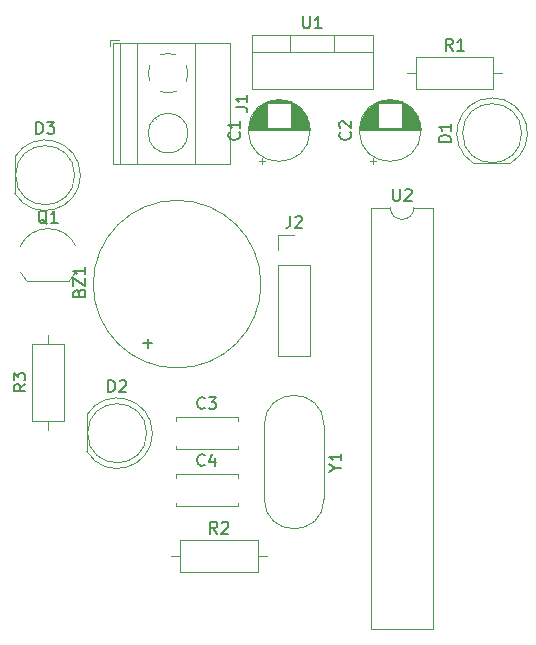
<source format=gbr>
%TF.GenerationSoftware,KiCad,Pcbnew,(5.1.12)-1*%
%TF.CreationDate,2022-04-15T16:44:04+05:30*%
%TF.ProjectId,blind_gloves,626c696e-645f-4676-9c6f-7665732e6b69,rev?*%
%TF.SameCoordinates,Original*%
%TF.FileFunction,Legend,Top*%
%TF.FilePolarity,Positive*%
%FSLAX46Y46*%
G04 Gerber Fmt 4.6, Leading zero omitted, Abs format (unit mm)*
G04 Created by KiCad (PCBNEW (5.1.12)-1) date 2022-04-15 16:44:04*
%MOMM*%
%LPD*%
G01*
G04 APERTURE LIST*
%ADD10C,0.120000*%
%ADD11C,0.150000*%
G04 APERTURE END LIST*
D10*
%TO.C,Y1*%
X102123000Y-85929000D02*
X102123000Y-92179000D01*
X107173000Y-85929000D02*
X107173000Y-92179000D01*
X102123000Y-92179000D02*
G75*
G03*
X107173000Y-92179000I2525000J0D01*
G01*
X102123000Y-85929000D02*
G75*
G02*
X107173000Y-85929000I2525000J0D01*
G01*
%TO.C,Q1*%
X82020000Y-73732000D02*
X85620000Y-73732000D01*
X86144184Y-73004795D02*
G75*
G02*
X85620000Y-73732000I-2324184J1122795D01*
G01*
X86176400Y-70783193D02*
G75*
G03*
X83820000Y-69282000I-2356400J-1098807D01*
G01*
X81463600Y-70783193D02*
G75*
G02*
X83820000Y-69282000I2356400J-1098807D01*
G01*
X81495816Y-73004795D02*
G75*
G03*
X82020000Y-73732000I2324184J1122795D01*
G01*
%TO.C,D3*%
X81006000Y-63225000D02*
X81006000Y-66315000D01*
X86066000Y-64770000D02*
G75*
G03*
X86066000Y-64770000I-2500000J0D01*
G01*
X86556000Y-64769538D02*
G75*
G02*
X81006000Y-66314830I-2990000J-462D01*
G01*
X86556000Y-64770462D02*
G75*
G03*
X81006000Y-63225170I-2990000J462D01*
G01*
%TO.C,U2*%
X116442000Y-67504000D02*
X114792000Y-67504000D01*
X116442000Y-103184000D02*
X116442000Y-67504000D01*
X111142000Y-103184000D02*
X116442000Y-103184000D01*
X111142000Y-67504000D02*
X111142000Y-103184000D01*
X112792000Y-67504000D02*
X111142000Y-67504000D01*
X114792000Y-67504000D02*
G75*
G02*
X112792000Y-67504000I-1000000J0D01*
G01*
%TO.C,U1*%
X108023000Y-52864000D02*
X108023000Y-54374000D01*
X104322000Y-52864000D02*
X104322000Y-54374000D01*
X101052000Y-54374000D02*
X111292000Y-54374000D01*
X111292000Y-52864000D02*
X111292000Y-57505000D01*
X101052000Y-52864000D02*
X101052000Y-57505000D01*
X101052000Y-57505000D02*
X111292000Y-57505000D01*
X101052000Y-52864000D02*
X111292000Y-52864000D01*
%TO.C,R3*%
X83820000Y-78256000D02*
X83820000Y-79026000D01*
X83820000Y-86336000D02*
X83820000Y-85566000D01*
X82450000Y-79026000D02*
X82450000Y-85566000D01*
X85190000Y-79026000D02*
X82450000Y-79026000D01*
X85190000Y-85566000D02*
X85190000Y-79026000D01*
X82450000Y-85566000D02*
X85190000Y-85566000D01*
%TO.C,R2*%
X102338000Y-97028000D02*
X101568000Y-97028000D01*
X94258000Y-97028000D02*
X95028000Y-97028000D01*
X101568000Y-95658000D02*
X95028000Y-95658000D01*
X101568000Y-98398000D02*
X101568000Y-95658000D01*
X95028000Y-98398000D02*
X101568000Y-98398000D01*
X95028000Y-95658000D02*
X95028000Y-98398000D01*
%TO.C,R1*%
X122277000Y-56134000D02*
X121507000Y-56134000D01*
X114197000Y-56134000D02*
X114967000Y-56134000D01*
X121507000Y-54764000D02*
X114967000Y-54764000D01*
X121507000Y-57504000D02*
X121507000Y-54764000D01*
X114967000Y-57504000D02*
X121507000Y-57504000D01*
X114967000Y-54764000D02*
X114967000Y-57504000D01*
%TO.C,J2*%
X103318000Y-69790000D02*
X104648000Y-69790000D01*
X103318000Y-71120000D02*
X103318000Y-69790000D01*
X103318000Y-72390000D02*
X105978000Y-72390000D01*
X105978000Y-72390000D02*
X105978000Y-80070000D01*
X103318000Y-72390000D02*
X103318000Y-80070000D01*
X103318000Y-80070000D02*
X105978000Y-80070000D01*
%TO.C,J1*%
X89080000Y-53294000D02*
X89080000Y-53794000D01*
X89820000Y-53294000D02*
X89080000Y-53294000D01*
X92957000Y-59987000D02*
X92911000Y-59940000D01*
X95255000Y-62284000D02*
X95219000Y-62249000D01*
X92741000Y-60180000D02*
X92706000Y-60145000D01*
X95049000Y-62489000D02*
X95003000Y-62442000D01*
X99241000Y-63814000D02*
X89320000Y-63814000D01*
X99241000Y-53534000D02*
X89320000Y-53534000D01*
X89320000Y-53534000D02*
X89320000Y-63814000D01*
X99241000Y-53534000D02*
X99241000Y-63814000D01*
X96281000Y-53534000D02*
X96281000Y-63814000D01*
X91380000Y-53534000D02*
X91380000Y-63814000D01*
X89880000Y-53534000D02*
X89880000Y-63814000D01*
X95660000Y-61214000D02*
G75*
G03*
X95660000Y-61214000I-1680000J0D01*
G01*
X92299747Y-56162805D02*
G75*
G02*
X92445000Y-55450000I1680253J28805D01*
G01*
X93296958Y-54598574D02*
G75*
G02*
X94664000Y-54599000I683042J-1535426D01*
G01*
X95515426Y-55450958D02*
G75*
G02*
X95515000Y-56818000I-1535426J-683042D01*
G01*
X94663042Y-57669426D02*
G75*
G02*
X93296000Y-57669000I-683042J1535426D01*
G01*
X92445244Y-56817318D02*
G75*
G02*
X92300000Y-56134000I1534756J683318D01*
G01*
%TO.C,D2*%
X87102000Y-85069000D02*
X87102000Y-88159000D01*
X92162000Y-86614000D02*
G75*
G03*
X92162000Y-86614000I-2500000J0D01*
G01*
X92652000Y-86613538D02*
G75*
G02*
X87102000Y-88158830I-2990000J-462D01*
G01*
X92652000Y-86614462D02*
G75*
G03*
X87102000Y-85069170I-2990000J462D01*
G01*
%TO.C,D1*%
X119867000Y-63774000D02*
X122957000Y-63774000D01*
X123912000Y-61214000D02*
G75*
G03*
X123912000Y-61214000I-2500000J0D01*
G01*
X121411538Y-58224000D02*
G75*
G02*
X122956830Y-63774000I462J-2990000D01*
G01*
X121412462Y-58224000D02*
G75*
G03*
X119867170Y-63774000I-462J-2990000D01*
G01*
%TO.C,C4*%
X99862000Y-92495000D02*
X99862000Y-92810000D01*
X99862000Y-90070000D02*
X99862000Y-90385000D01*
X94622000Y-92495000D02*
X94622000Y-92810000D01*
X94622000Y-90070000D02*
X94622000Y-90385000D01*
X94622000Y-92810000D02*
X99862000Y-92810000D01*
X94622000Y-90070000D02*
X99862000Y-90070000D01*
%TO.C,C3*%
X99862000Y-87669000D02*
X99862000Y-87984000D01*
X99862000Y-85244000D02*
X99862000Y-85559000D01*
X94622000Y-87669000D02*
X94622000Y-87984000D01*
X94622000Y-85244000D02*
X94622000Y-85559000D01*
X94622000Y-87984000D02*
X99862000Y-87984000D01*
X94622000Y-85244000D02*
X99862000Y-85244000D01*
%TO.C,C2*%
X111051000Y-63534775D02*
X111551000Y-63534775D01*
X111301000Y-63784775D02*
X111301000Y-63284775D01*
X112492000Y-58379000D02*
X113060000Y-58379000D01*
X112258000Y-58419000D02*
X113294000Y-58419000D01*
X112099000Y-58459000D02*
X113453000Y-58459000D01*
X111971000Y-58499000D02*
X113581000Y-58499000D01*
X111861000Y-58539000D02*
X113691000Y-58539000D01*
X111765000Y-58579000D02*
X113787000Y-58579000D01*
X111678000Y-58619000D02*
X113874000Y-58619000D01*
X111598000Y-58659000D02*
X113954000Y-58659000D01*
X113816000Y-58699000D02*
X114027000Y-58699000D01*
X111525000Y-58699000D02*
X111736000Y-58699000D01*
X113816000Y-58739000D02*
X114095000Y-58739000D01*
X111457000Y-58739000D02*
X111736000Y-58739000D01*
X113816000Y-58779000D02*
X114159000Y-58779000D01*
X111393000Y-58779000D02*
X111736000Y-58779000D01*
X113816000Y-58819000D02*
X114219000Y-58819000D01*
X111333000Y-58819000D02*
X111736000Y-58819000D01*
X113816000Y-58859000D02*
X114276000Y-58859000D01*
X111276000Y-58859000D02*
X111736000Y-58859000D01*
X113816000Y-58899000D02*
X114330000Y-58899000D01*
X111222000Y-58899000D02*
X111736000Y-58899000D01*
X113816000Y-58939000D02*
X114381000Y-58939000D01*
X111171000Y-58939000D02*
X111736000Y-58939000D01*
X113816000Y-58979000D02*
X114429000Y-58979000D01*
X111123000Y-58979000D02*
X111736000Y-58979000D01*
X113816000Y-59019000D02*
X114475000Y-59019000D01*
X111077000Y-59019000D02*
X111736000Y-59019000D01*
X113816000Y-59059000D02*
X114519000Y-59059000D01*
X111033000Y-59059000D02*
X111736000Y-59059000D01*
X113816000Y-59099000D02*
X114561000Y-59099000D01*
X110991000Y-59099000D02*
X111736000Y-59099000D01*
X113816000Y-59139000D02*
X114602000Y-59139000D01*
X110950000Y-59139000D02*
X111736000Y-59139000D01*
X113816000Y-59179000D02*
X114640000Y-59179000D01*
X110912000Y-59179000D02*
X111736000Y-59179000D01*
X113816000Y-59219000D02*
X114677000Y-59219000D01*
X110875000Y-59219000D02*
X111736000Y-59219000D01*
X113816000Y-59259000D02*
X114713000Y-59259000D01*
X110839000Y-59259000D02*
X111736000Y-59259000D01*
X113816000Y-59299000D02*
X114747000Y-59299000D01*
X110805000Y-59299000D02*
X111736000Y-59299000D01*
X113816000Y-59339000D02*
X114780000Y-59339000D01*
X110772000Y-59339000D02*
X111736000Y-59339000D01*
X113816000Y-59379000D02*
X114811000Y-59379000D01*
X110741000Y-59379000D02*
X111736000Y-59379000D01*
X113816000Y-59419000D02*
X114841000Y-59419000D01*
X110711000Y-59419000D02*
X111736000Y-59419000D01*
X113816000Y-59459000D02*
X114871000Y-59459000D01*
X110681000Y-59459000D02*
X111736000Y-59459000D01*
X113816000Y-59499000D02*
X114898000Y-59499000D01*
X110654000Y-59499000D02*
X111736000Y-59499000D01*
X113816000Y-59539000D02*
X114925000Y-59539000D01*
X110627000Y-59539000D02*
X111736000Y-59539000D01*
X113816000Y-59579000D02*
X114951000Y-59579000D01*
X110601000Y-59579000D02*
X111736000Y-59579000D01*
X113816000Y-59619000D02*
X114976000Y-59619000D01*
X110576000Y-59619000D02*
X111736000Y-59619000D01*
X113816000Y-59659000D02*
X115000000Y-59659000D01*
X110552000Y-59659000D02*
X111736000Y-59659000D01*
X113816000Y-59699000D02*
X115023000Y-59699000D01*
X110529000Y-59699000D02*
X111736000Y-59699000D01*
X113816000Y-59739000D02*
X115044000Y-59739000D01*
X110508000Y-59739000D02*
X111736000Y-59739000D01*
X113816000Y-59779000D02*
X115066000Y-59779000D01*
X110486000Y-59779000D02*
X111736000Y-59779000D01*
X113816000Y-59819000D02*
X115086000Y-59819000D01*
X110466000Y-59819000D02*
X111736000Y-59819000D01*
X113816000Y-59859000D02*
X115105000Y-59859000D01*
X110447000Y-59859000D02*
X111736000Y-59859000D01*
X113816000Y-59899000D02*
X115124000Y-59899000D01*
X110428000Y-59899000D02*
X111736000Y-59899000D01*
X113816000Y-59939000D02*
X115141000Y-59939000D01*
X110411000Y-59939000D02*
X111736000Y-59939000D01*
X113816000Y-59979000D02*
X115158000Y-59979000D01*
X110394000Y-59979000D02*
X111736000Y-59979000D01*
X113816000Y-60019000D02*
X115174000Y-60019000D01*
X110378000Y-60019000D02*
X111736000Y-60019000D01*
X113816000Y-60059000D02*
X115190000Y-60059000D01*
X110362000Y-60059000D02*
X111736000Y-60059000D01*
X113816000Y-60099000D02*
X115204000Y-60099000D01*
X110348000Y-60099000D02*
X111736000Y-60099000D01*
X113816000Y-60139000D02*
X115218000Y-60139000D01*
X110334000Y-60139000D02*
X111736000Y-60139000D01*
X113816000Y-60179000D02*
X115231000Y-60179000D01*
X110321000Y-60179000D02*
X111736000Y-60179000D01*
X113816000Y-60219000D02*
X115244000Y-60219000D01*
X110308000Y-60219000D02*
X111736000Y-60219000D01*
X113816000Y-60259000D02*
X115256000Y-60259000D01*
X110296000Y-60259000D02*
X111736000Y-60259000D01*
X113816000Y-60300000D02*
X115267000Y-60300000D01*
X110285000Y-60300000D02*
X111736000Y-60300000D01*
X113816000Y-60340000D02*
X115277000Y-60340000D01*
X110275000Y-60340000D02*
X111736000Y-60340000D01*
X113816000Y-60380000D02*
X115287000Y-60380000D01*
X110265000Y-60380000D02*
X111736000Y-60380000D01*
X113816000Y-60420000D02*
X115296000Y-60420000D01*
X110256000Y-60420000D02*
X111736000Y-60420000D01*
X113816000Y-60460000D02*
X115304000Y-60460000D01*
X110248000Y-60460000D02*
X111736000Y-60460000D01*
X113816000Y-60500000D02*
X115312000Y-60500000D01*
X110240000Y-60500000D02*
X111736000Y-60500000D01*
X113816000Y-60540000D02*
X115319000Y-60540000D01*
X110233000Y-60540000D02*
X111736000Y-60540000D01*
X113816000Y-60580000D02*
X115326000Y-60580000D01*
X110226000Y-60580000D02*
X111736000Y-60580000D01*
X113816000Y-60620000D02*
X115332000Y-60620000D01*
X110220000Y-60620000D02*
X111736000Y-60620000D01*
X113816000Y-60660000D02*
X115337000Y-60660000D01*
X110215000Y-60660000D02*
X111736000Y-60660000D01*
X113816000Y-60700000D02*
X115341000Y-60700000D01*
X110211000Y-60700000D02*
X111736000Y-60700000D01*
X113816000Y-60740000D02*
X115345000Y-60740000D01*
X110207000Y-60740000D02*
X111736000Y-60740000D01*
X110203000Y-60780000D02*
X115349000Y-60780000D01*
X110200000Y-60820000D02*
X115352000Y-60820000D01*
X110198000Y-60860000D02*
X115354000Y-60860000D01*
X110197000Y-60900000D02*
X115355000Y-60900000D01*
X110196000Y-60940000D02*
X115356000Y-60940000D01*
X110196000Y-60980000D02*
X115356000Y-60980000D01*
X115396000Y-60980000D02*
G75*
G03*
X115396000Y-60980000I-2620000J0D01*
G01*
%TO.C,C1*%
X101653000Y-63534775D02*
X102153000Y-63534775D01*
X101903000Y-63784775D02*
X101903000Y-63284775D01*
X103094000Y-58379000D02*
X103662000Y-58379000D01*
X102860000Y-58419000D02*
X103896000Y-58419000D01*
X102701000Y-58459000D02*
X104055000Y-58459000D01*
X102573000Y-58499000D02*
X104183000Y-58499000D01*
X102463000Y-58539000D02*
X104293000Y-58539000D01*
X102367000Y-58579000D02*
X104389000Y-58579000D01*
X102280000Y-58619000D02*
X104476000Y-58619000D01*
X102200000Y-58659000D02*
X104556000Y-58659000D01*
X104418000Y-58699000D02*
X104629000Y-58699000D01*
X102127000Y-58699000D02*
X102338000Y-58699000D01*
X104418000Y-58739000D02*
X104697000Y-58739000D01*
X102059000Y-58739000D02*
X102338000Y-58739000D01*
X104418000Y-58779000D02*
X104761000Y-58779000D01*
X101995000Y-58779000D02*
X102338000Y-58779000D01*
X104418000Y-58819000D02*
X104821000Y-58819000D01*
X101935000Y-58819000D02*
X102338000Y-58819000D01*
X104418000Y-58859000D02*
X104878000Y-58859000D01*
X101878000Y-58859000D02*
X102338000Y-58859000D01*
X104418000Y-58899000D02*
X104932000Y-58899000D01*
X101824000Y-58899000D02*
X102338000Y-58899000D01*
X104418000Y-58939000D02*
X104983000Y-58939000D01*
X101773000Y-58939000D02*
X102338000Y-58939000D01*
X104418000Y-58979000D02*
X105031000Y-58979000D01*
X101725000Y-58979000D02*
X102338000Y-58979000D01*
X104418000Y-59019000D02*
X105077000Y-59019000D01*
X101679000Y-59019000D02*
X102338000Y-59019000D01*
X104418000Y-59059000D02*
X105121000Y-59059000D01*
X101635000Y-59059000D02*
X102338000Y-59059000D01*
X104418000Y-59099000D02*
X105163000Y-59099000D01*
X101593000Y-59099000D02*
X102338000Y-59099000D01*
X104418000Y-59139000D02*
X105204000Y-59139000D01*
X101552000Y-59139000D02*
X102338000Y-59139000D01*
X104418000Y-59179000D02*
X105242000Y-59179000D01*
X101514000Y-59179000D02*
X102338000Y-59179000D01*
X104418000Y-59219000D02*
X105279000Y-59219000D01*
X101477000Y-59219000D02*
X102338000Y-59219000D01*
X104418000Y-59259000D02*
X105315000Y-59259000D01*
X101441000Y-59259000D02*
X102338000Y-59259000D01*
X104418000Y-59299000D02*
X105349000Y-59299000D01*
X101407000Y-59299000D02*
X102338000Y-59299000D01*
X104418000Y-59339000D02*
X105382000Y-59339000D01*
X101374000Y-59339000D02*
X102338000Y-59339000D01*
X104418000Y-59379000D02*
X105413000Y-59379000D01*
X101343000Y-59379000D02*
X102338000Y-59379000D01*
X104418000Y-59419000D02*
X105443000Y-59419000D01*
X101313000Y-59419000D02*
X102338000Y-59419000D01*
X104418000Y-59459000D02*
X105473000Y-59459000D01*
X101283000Y-59459000D02*
X102338000Y-59459000D01*
X104418000Y-59499000D02*
X105500000Y-59499000D01*
X101256000Y-59499000D02*
X102338000Y-59499000D01*
X104418000Y-59539000D02*
X105527000Y-59539000D01*
X101229000Y-59539000D02*
X102338000Y-59539000D01*
X104418000Y-59579000D02*
X105553000Y-59579000D01*
X101203000Y-59579000D02*
X102338000Y-59579000D01*
X104418000Y-59619000D02*
X105578000Y-59619000D01*
X101178000Y-59619000D02*
X102338000Y-59619000D01*
X104418000Y-59659000D02*
X105602000Y-59659000D01*
X101154000Y-59659000D02*
X102338000Y-59659000D01*
X104418000Y-59699000D02*
X105625000Y-59699000D01*
X101131000Y-59699000D02*
X102338000Y-59699000D01*
X104418000Y-59739000D02*
X105646000Y-59739000D01*
X101110000Y-59739000D02*
X102338000Y-59739000D01*
X104418000Y-59779000D02*
X105668000Y-59779000D01*
X101088000Y-59779000D02*
X102338000Y-59779000D01*
X104418000Y-59819000D02*
X105688000Y-59819000D01*
X101068000Y-59819000D02*
X102338000Y-59819000D01*
X104418000Y-59859000D02*
X105707000Y-59859000D01*
X101049000Y-59859000D02*
X102338000Y-59859000D01*
X104418000Y-59899000D02*
X105726000Y-59899000D01*
X101030000Y-59899000D02*
X102338000Y-59899000D01*
X104418000Y-59939000D02*
X105743000Y-59939000D01*
X101013000Y-59939000D02*
X102338000Y-59939000D01*
X104418000Y-59979000D02*
X105760000Y-59979000D01*
X100996000Y-59979000D02*
X102338000Y-59979000D01*
X104418000Y-60019000D02*
X105776000Y-60019000D01*
X100980000Y-60019000D02*
X102338000Y-60019000D01*
X104418000Y-60059000D02*
X105792000Y-60059000D01*
X100964000Y-60059000D02*
X102338000Y-60059000D01*
X104418000Y-60099000D02*
X105806000Y-60099000D01*
X100950000Y-60099000D02*
X102338000Y-60099000D01*
X104418000Y-60139000D02*
X105820000Y-60139000D01*
X100936000Y-60139000D02*
X102338000Y-60139000D01*
X104418000Y-60179000D02*
X105833000Y-60179000D01*
X100923000Y-60179000D02*
X102338000Y-60179000D01*
X104418000Y-60219000D02*
X105846000Y-60219000D01*
X100910000Y-60219000D02*
X102338000Y-60219000D01*
X104418000Y-60259000D02*
X105858000Y-60259000D01*
X100898000Y-60259000D02*
X102338000Y-60259000D01*
X104418000Y-60300000D02*
X105869000Y-60300000D01*
X100887000Y-60300000D02*
X102338000Y-60300000D01*
X104418000Y-60340000D02*
X105879000Y-60340000D01*
X100877000Y-60340000D02*
X102338000Y-60340000D01*
X104418000Y-60380000D02*
X105889000Y-60380000D01*
X100867000Y-60380000D02*
X102338000Y-60380000D01*
X104418000Y-60420000D02*
X105898000Y-60420000D01*
X100858000Y-60420000D02*
X102338000Y-60420000D01*
X104418000Y-60460000D02*
X105906000Y-60460000D01*
X100850000Y-60460000D02*
X102338000Y-60460000D01*
X104418000Y-60500000D02*
X105914000Y-60500000D01*
X100842000Y-60500000D02*
X102338000Y-60500000D01*
X104418000Y-60540000D02*
X105921000Y-60540000D01*
X100835000Y-60540000D02*
X102338000Y-60540000D01*
X104418000Y-60580000D02*
X105928000Y-60580000D01*
X100828000Y-60580000D02*
X102338000Y-60580000D01*
X104418000Y-60620000D02*
X105934000Y-60620000D01*
X100822000Y-60620000D02*
X102338000Y-60620000D01*
X104418000Y-60660000D02*
X105939000Y-60660000D01*
X100817000Y-60660000D02*
X102338000Y-60660000D01*
X104418000Y-60700000D02*
X105943000Y-60700000D01*
X100813000Y-60700000D02*
X102338000Y-60700000D01*
X104418000Y-60740000D02*
X105947000Y-60740000D01*
X100809000Y-60740000D02*
X102338000Y-60740000D01*
X100805000Y-60780000D02*
X105951000Y-60780000D01*
X100802000Y-60820000D02*
X105954000Y-60820000D01*
X100800000Y-60860000D02*
X105956000Y-60860000D01*
X100799000Y-60900000D02*
X105957000Y-60900000D01*
X100798000Y-60940000D02*
X105958000Y-60940000D01*
X100798000Y-60980000D02*
X105958000Y-60980000D01*
X105998000Y-60980000D02*
G75*
G03*
X105998000Y-60980000I-2620000J0D01*
G01*
%TO.C,BZ1*%
X101842000Y-73994000D02*
G75*
G03*
X101842000Y-73994000I-7100000J0D01*
G01*
%TO.C,Y1*%
D11*
X108149190Y-89530190D02*
X108625380Y-89530190D01*
X107625380Y-89863523D02*
X108149190Y-89530190D01*
X107625380Y-89196857D01*
X108625380Y-88339714D02*
X108625380Y-88911142D01*
X108625380Y-88625428D02*
X107625380Y-88625428D01*
X107768238Y-88720666D01*
X107863476Y-88815904D01*
X107911095Y-88911142D01*
%TO.C,Q1*%
X83724761Y-68869619D02*
X83629523Y-68822000D01*
X83534285Y-68726761D01*
X83391428Y-68583904D01*
X83296190Y-68536285D01*
X83200952Y-68536285D01*
X83248571Y-68774380D02*
X83153333Y-68726761D01*
X83058095Y-68631523D01*
X83010476Y-68441047D01*
X83010476Y-68107714D01*
X83058095Y-67917238D01*
X83153333Y-67822000D01*
X83248571Y-67774380D01*
X83439047Y-67774380D01*
X83534285Y-67822000D01*
X83629523Y-67917238D01*
X83677142Y-68107714D01*
X83677142Y-68441047D01*
X83629523Y-68631523D01*
X83534285Y-68726761D01*
X83439047Y-68774380D01*
X83248571Y-68774380D01*
X84629523Y-68774380D02*
X84058095Y-68774380D01*
X84343809Y-68774380D02*
X84343809Y-67774380D01*
X84248571Y-67917238D01*
X84153333Y-68012476D01*
X84058095Y-68060095D01*
%TO.C,D3*%
X82827904Y-61262380D02*
X82827904Y-60262380D01*
X83066000Y-60262380D01*
X83208857Y-60310000D01*
X83304095Y-60405238D01*
X83351714Y-60500476D01*
X83399333Y-60690952D01*
X83399333Y-60833809D01*
X83351714Y-61024285D01*
X83304095Y-61119523D01*
X83208857Y-61214761D01*
X83066000Y-61262380D01*
X82827904Y-61262380D01*
X83732666Y-60262380D02*
X84351714Y-60262380D01*
X84018380Y-60643333D01*
X84161238Y-60643333D01*
X84256476Y-60690952D01*
X84304095Y-60738571D01*
X84351714Y-60833809D01*
X84351714Y-61071904D01*
X84304095Y-61167142D01*
X84256476Y-61214761D01*
X84161238Y-61262380D01*
X83875523Y-61262380D01*
X83780285Y-61214761D01*
X83732666Y-61167142D01*
%TO.C,U2*%
X113030095Y-65956380D02*
X113030095Y-66765904D01*
X113077714Y-66861142D01*
X113125333Y-66908761D01*
X113220571Y-66956380D01*
X113411047Y-66956380D01*
X113506285Y-66908761D01*
X113553904Y-66861142D01*
X113601523Y-66765904D01*
X113601523Y-65956380D01*
X114030095Y-66051619D02*
X114077714Y-66004000D01*
X114172952Y-65956380D01*
X114411047Y-65956380D01*
X114506285Y-66004000D01*
X114553904Y-66051619D01*
X114601523Y-66146857D01*
X114601523Y-66242095D01*
X114553904Y-66384952D01*
X113982476Y-66956380D01*
X114601523Y-66956380D01*
%TO.C,U1*%
X105410095Y-51316380D02*
X105410095Y-52125904D01*
X105457714Y-52221142D01*
X105505333Y-52268761D01*
X105600571Y-52316380D01*
X105791047Y-52316380D01*
X105886285Y-52268761D01*
X105933904Y-52221142D01*
X105981523Y-52125904D01*
X105981523Y-51316380D01*
X106981523Y-52316380D02*
X106410095Y-52316380D01*
X106695809Y-52316380D02*
X106695809Y-51316380D01*
X106600571Y-51459238D01*
X106505333Y-51554476D01*
X106410095Y-51602095D01*
%TO.C,R3*%
X81902380Y-82462666D02*
X81426190Y-82796000D01*
X81902380Y-83034095D02*
X80902380Y-83034095D01*
X80902380Y-82653142D01*
X80950000Y-82557904D01*
X80997619Y-82510285D01*
X81092857Y-82462666D01*
X81235714Y-82462666D01*
X81330952Y-82510285D01*
X81378571Y-82557904D01*
X81426190Y-82653142D01*
X81426190Y-83034095D01*
X80902380Y-82129333D02*
X80902380Y-81510285D01*
X81283333Y-81843619D01*
X81283333Y-81700761D01*
X81330952Y-81605523D01*
X81378571Y-81557904D01*
X81473809Y-81510285D01*
X81711904Y-81510285D01*
X81807142Y-81557904D01*
X81854761Y-81605523D01*
X81902380Y-81700761D01*
X81902380Y-81986476D01*
X81854761Y-82081714D01*
X81807142Y-82129333D01*
%TO.C,R2*%
X98131333Y-95110380D02*
X97798000Y-94634190D01*
X97559904Y-95110380D02*
X97559904Y-94110380D01*
X97940857Y-94110380D01*
X98036095Y-94158000D01*
X98083714Y-94205619D01*
X98131333Y-94300857D01*
X98131333Y-94443714D01*
X98083714Y-94538952D01*
X98036095Y-94586571D01*
X97940857Y-94634190D01*
X97559904Y-94634190D01*
X98512285Y-94205619D02*
X98559904Y-94158000D01*
X98655142Y-94110380D01*
X98893238Y-94110380D01*
X98988476Y-94158000D01*
X99036095Y-94205619D01*
X99083714Y-94300857D01*
X99083714Y-94396095D01*
X99036095Y-94538952D01*
X98464666Y-95110380D01*
X99083714Y-95110380D01*
%TO.C,R1*%
X118070333Y-54216380D02*
X117737000Y-53740190D01*
X117498904Y-54216380D02*
X117498904Y-53216380D01*
X117879857Y-53216380D01*
X117975095Y-53264000D01*
X118022714Y-53311619D01*
X118070333Y-53406857D01*
X118070333Y-53549714D01*
X118022714Y-53644952D01*
X117975095Y-53692571D01*
X117879857Y-53740190D01*
X117498904Y-53740190D01*
X119022714Y-54216380D02*
X118451285Y-54216380D01*
X118737000Y-54216380D02*
X118737000Y-53216380D01*
X118641761Y-53359238D01*
X118546523Y-53454476D01*
X118451285Y-53502095D01*
%TO.C,J2*%
X104314666Y-68242380D02*
X104314666Y-68956666D01*
X104267047Y-69099523D01*
X104171809Y-69194761D01*
X104028952Y-69242380D01*
X103933714Y-69242380D01*
X104743238Y-68337619D02*
X104790857Y-68290000D01*
X104886095Y-68242380D01*
X105124190Y-68242380D01*
X105219428Y-68290000D01*
X105267047Y-68337619D01*
X105314666Y-68432857D01*
X105314666Y-68528095D01*
X105267047Y-68670952D01*
X104695619Y-69242380D01*
X105314666Y-69242380D01*
%TO.C,J1*%
X99692380Y-59007333D02*
X100406666Y-59007333D01*
X100549523Y-59054952D01*
X100644761Y-59150190D01*
X100692380Y-59293047D01*
X100692380Y-59388285D01*
X100692380Y-58007333D02*
X100692380Y-58578761D01*
X100692380Y-58293047D02*
X99692380Y-58293047D01*
X99835238Y-58388285D01*
X99930476Y-58483523D01*
X99978095Y-58578761D01*
%TO.C,D2*%
X88923904Y-83106380D02*
X88923904Y-82106380D01*
X89162000Y-82106380D01*
X89304857Y-82154000D01*
X89400095Y-82249238D01*
X89447714Y-82344476D01*
X89495333Y-82534952D01*
X89495333Y-82677809D01*
X89447714Y-82868285D01*
X89400095Y-82963523D01*
X89304857Y-83058761D01*
X89162000Y-83106380D01*
X88923904Y-83106380D01*
X89876285Y-82201619D02*
X89923904Y-82154000D01*
X90019142Y-82106380D01*
X90257238Y-82106380D01*
X90352476Y-82154000D01*
X90400095Y-82201619D01*
X90447714Y-82296857D01*
X90447714Y-82392095D01*
X90400095Y-82534952D01*
X89828666Y-83106380D01*
X90447714Y-83106380D01*
%TO.C,D1*%
X117904380Y-61952095D02*
X116904380Y-61952095D01*
X116904380Y-61714000D01*
X116952000Y-61571142D01*
X117047238Y-61475904D01*
X117142476Y-61428285D01*
X117332952Y-61380666D01*
X117475809Y-61380666D01*
X117666285Y-61428285D01*
X117761523Y-61475904D01*
X117856761Y-61571142D01*
X117904380Y-61714000D01*
X117904380Y-61952095D01*
X117904380Y-60428285D02*
X117904380Y-60999714D01*
X117904380Y-60714000D02*
X116904380Y-60714000D01*
X117047238Y-60809238D01*
X117142476Y-60904476D01*
X117190095Y-60999714D01*
%TO.C,C4*%
X97075333Y-89297142D02*
X97027714Y-89344761D01*
X96884857Y-89392380D01*
X96789619Y-89392380D01*
X96646761Y-89344761D01*
X96551523Y-89249523D01*
X96503904Y-89154285D01*
X96456285Y-88963809D01*
X96456285Y-88820952D01*
X96503904Y-88630476D01*
X96551523Y-88535238D01*
X96646761Y-88440000D01*
X96789619Y-88392380D01*
X96884857Y-88392380D01*
X97027714Y-88440000D01*
X97075333Y-88487619D01*
X97932476Y-88725714D02*
X97932476Y-89392380D01*
X97694380Y-88344761D02*
X97456285Y-89059047D01*
X98075333Y-89059047D01*
%TO.C,C3*%
X97075333Y-84471142D02*
X97027714Y-84518761D01*
X96884857Y-84566380D01*
X96789619Y-84566380D01*
X96646761Y-84518761D01*
X96551523Y-84423523D01*
X96503904Y-84328285D01*
X96456285Y-84137809D01*
X96456285Y-83994952D01*
X96503904Y-83804476D01*
X96551523Y-83709238D01*
X96646761Y-83614000D01*
X96789619Y-83566380D01*
X96884857Y-83566380D01*
X97027714Y-83614000D01*
X97075333Y-83661619D01*
X97408666Y-83566380D02*
X98027714Y-83566380D01*
X97694380Y-83947333D01*
X97837238Y-83947333D01*
X97932476Y-83994952D01*
X97980095Y-84042571D01*
X98027714Y-84137809D01*
X98027714Y-84375904D01*
X97980095Y-84471142D01*
X97932476Y-84518761D01*
X97837238Y-84566380D01*
X97551523Y-84566380D01*
X97456285Y-84518761D01*
X97408666Y-84471142D01*
%TO.C,C2*%
X109383142Y-61146666D02*
X109430761Y-61194285D01*
X109478380Y-61337142D01*
X109478380Y-61432380D01*
X109430761Y-61575238D01*
X109335523Y-61670476D01*
X109240285Y-61718095D01*
X109049809Y-61765714D01*
X108906952Y-61765714D01*
X108716476Y-61718095D01*
X108621238Y-61670476D01*
X108526000Y-61575238D01*
X108478380Y-61432380D01*
X108478380Y-61337142D01*
X108526000Y-61194285D01*
X108573619Y-61146666D01*
X108573619Y-60765714D02*
X108526000Y-60718095D01*
X108478380Y-60622857D01*
X108478380Y-60384761D01*
X108526000Y-60289523D01*
X108573619Y-60241904D01*
X108668857Y-60194285D01*
X108764095Y-60194285D01*
X108906952Y-60241904D01*
X109478380Y-60813333D01*
X109478380Y-60194285D01*
%TO.C,C1*%
X99985142Y-61146666D02*
X100032761Y-61194285D01*
X100080380Y-61337142D01*
X100080380Y-61432380D01*
X100032761Y-61575238D01*
X99937523Y-61670476D01*
X99842285Y-61718095D01*
X99651809Y-61765714D01*
X99508952Y-61765714D01*
X99318476Y-61718095D01*
X99223238Y-61670476D01*
X99128000Y-61575238D01*
X99080380Y-61432380D01*
X99080380Y-61337142D01*
X99128000Y-61194285D01*
X99175619Y-61146666D01*
X100080380Y-60194285D02*
X100080380Y-60765714D01*
X100080380Y-60480000D02*
X99080380Y-60480000D01*
X99223238Y-60575238D01*
X99318476Y-60670476D01*
X99366095Y-60765714D01*
%TO.C,BZ1*%
X86440571Y-74714952D02*
X86488190Y-74572095D01*
X86535809Y-74524476D01*
X86631047Y-74476857D01*
X86773904Y-74476857D01*
X86869142Y-74524476D01*
X86916761Y-74572095D01*
X86964380Y-74667333D01*
X86964380Y-75048285D01*
X85964380Y-75048285D01*
X85964380Y-74714952D01*
X86012000Y-74619714D01*
X86059619Y-74572095D01*
X86154857Y-74524476D01*
X86250095Y-74524476D01*
X86345333Y-74572095D01*
X86392952Y-74619714D01*
X86440571Y-74714952D01*
X86440571Y-75048285D01*
X85964380Y-74143523D02*
X85964380Y-73476857D01*
X86964380Y-74143523D01*
X86964380Y-73476857D01*
X86964380Y-72572095D02*
X86964380Y-73143523D01*
X86964380Y-72857809D02*
X85964380Y-72857809D01*
X86107238Y-72953047D01*
X86202476Y-73048285D01*
X86250095Y-73143523D01*
X92273428Y-79384952D02*
X92273428Y-78623047D01*
X92654380Y-79004000D02*
X91892476Y-79004000D01*
%TD*%
M02*

</source>
